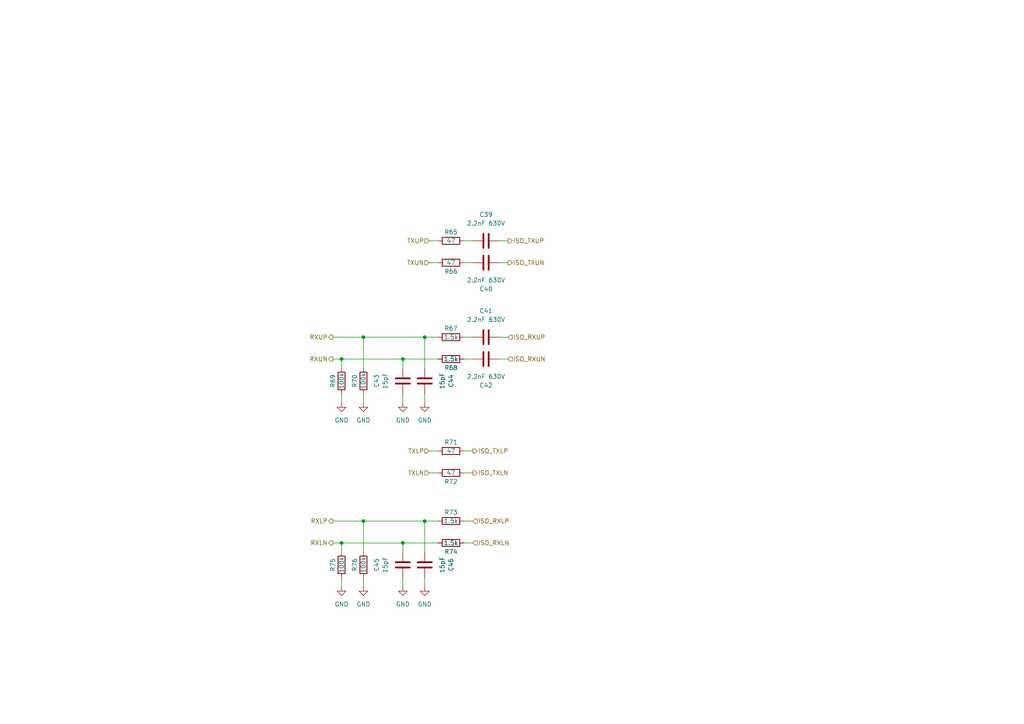
<source format=kicad_sch>
(kicad_sch (version 20231120) (generator "eeschema") (generator_version "8.0")
  (paper "A4")
  (lib_symbols
    (symbol "Device:C" (pin_numbers hide) (pin_names (offset 0.254))
      (property "Reference" "C" (at 0.635 2.54 0))
      (property "Value" "C" (at 0.635 -2.54 0))
      (symbol "C_0_1"
        (polyline (pts (xy -2.032 -0.762) (xy 2.032 -0.762)) (stroke (width 0.508)))
        (polyline (pts (xy -2.032 0.762) (xy 2.032 0.762)) (stroke (width 0.508)))
      )
      (symbol "C_1_1"
        (pin passive line (at 0 3.81 270) (length 2.794) (name "~") (number "1"))
        (pin passive line (at 0 -3.81 90) (length 2.794) (name "~") (number "2"))
      )
    )
    (symbol "Device:R" (pin_numbers hide) (pin_names (offset 0))
      (property "Reference" "R" (at 2.032 0 90))
      (property "Value" "R" (at 0 0 90))
      (symbol "R_0_1"
        (rectangle (start -1.016 -2.54) (end 1.016 2.54) (stroke (width 0.254)))
      )
      (symbol "R_1_1"
        (pin passive line (at 0 3.81 270) (length 1.27) (name "~") (number "1"))
        (pin passive line (at 0 -3.81 90) (length 1.27) (name "~") (number "2"))
      )
    )
    (symbol "power:GND" (power) (pin_numbers hide) (pin_names (offset 0) hide)
      (property "Value" "GND" (at 0 -3.81 0))
      (symbol "GND_0_1"
        (polyline (pts (xy 0 0) (xy 0 -1.27) (xy 1.27 -1.27) (xy 0 -2.54) (xy -1.27 -1.27) (xy 0 -1.27)))
      )
      (symbol "GND_1_1"
        (pin power_in line (at 0 0 270) (length 0) (name "~") (number "1"))
      )
    )
  )
  (junction (at 99.06 104.14))
  (junction (at 123.19 97.79))
  (junction (at 99.06 157.48))
  (junction (at 116.84 157.48))
  (junction (at 105.41 97.79))
  (junction (at 123.19 151.13))
  (junction (at 116.84 104.14))
  (junction (at 105.41 151.13))
  (wire (pts (xy 124.46 137.16) (xy 127 137.16)))
  (wire (pts (xy 116.84 114.3) (xy 116.84 116.84)))
  (wire (pts (xy 134.62 69.85) (xy 137.16 69.85)))
  (wire (pts (xy 96.52 157.48) (xy 99.06 157.48)))
  (wire (pts (xy 116.84 167.64) (xy 116.84 170.18)))
  (wire (pts (xy 105.41 151.13) (xy 105.41 160.02)))
  (wire (pts (xy 105.41 151.13) (xy 123.19 151.13)))
  (wire (pts (xy 99.06 104.14) (xy 116.84 104.14)))
  (wire (pts (xy 123.19 97.79) (xy 127 97.79)))
  (wire (pts (xy 99.06 157.48) (xy 116.84 157.48)))
  (wire (pts (xy 105.41 97.79) (xy 105.41 106.68)))
  (wire (pts (xy 144.78 97.79) (xy 147.32 97.79)))
  (wire (pts (xy 99.06 157.48) (xy 99.06 160.02)))
  (wire (pts (xy 123.19 114.3) (xy 123.19 116.84)))
  (wire (pts (xy 96.52 104.14) (xy 99.06 104.14)))
  (wire (pts (xy 134.62 104.14) (xy 137.16 104.14)))
  (wire (pts (xy 99.06 106.68) (xy 99.06 104.14)))
  (wire (pts (xy 124.46 69.85) (xy 127 69.85)))
  (wire (pts (xy 144.78 69.85) (xy 147.32 69.85)))
  (wire (pts (xy 116.84 104.14) (xy 127 104.14)))
  (wire (pts (xy 134.62 130.81) (xy 137.16 130.81)))
  (wire (pts (xy 123.19 151.13) (xy 123.19 160.02)))
  (wire (pts (xy 116.84 157.48) (xy 116.84 160.02)))
  (wire (pts (xy 96.52 151.13) (xy 105.41 151.13)))
  (wire (pts (xy 123.19 151.13) (xy 127 151.13)))
  (wire (pts (xy 99.06 167.64) (xy 99.06 170.18)))
  (wire (pts (xy 134.62 151.13) (xy 137.16 151.13)))
  (wire (pts (xy 124.46 76.2) (xy 127 76.2)))
  (wire (pts (xy 124.46 130.81) (xy 127 130.81)))
  (wire (pts (xy 105.41 114.3) (xy 105.41 116.84)))
  (wire (pts (xy 105.41 167.64) (xy 105.41 170.18)))
  (wire (pts (xy 123.19 97.79) (xy 123.19 106.68)))
  (wire (pts (xy 134.62 76.2) (xy 137.16 76.2)))
  (wire (pts (xy 134.62 157.48) (xy 137.16 157.48)))
  (wire (pts (xy 134.62 97.79) (xy 137.16 97.79)))
  (wire (pts (xy 99.06 114.3) (xy 99.06 116.84)))
  (wire (pts (xy 96.52 97.79) (xy 105.41 97.79)))
  (wire (pts (xy 134.62 137.16) (xy 137.16 137.16)))
  (wire (pts (xy 116.84 104.14) (xy 116.84 106.68)))
  (wire (pts (xy 116.84 157.48) (xy 127 157.48)))
  (wire (pts (xy 144.78 76.2) (xy 147.32 76.2)))
  (wire (pts (xy 144.78 104.14) (xy 147.32 104.14)))
  (wire (pts (xy 123.19 167.64) (xy 123.19 170.18)))
  (wire (pts (xy 105.41 97.79) (xy 123.19 97.79)))
  (hierarchical_label "RXLP" (shape output) (at 96.52 151.13 180))
  (hierarchical_label "ISO_TXUP" (shape output) (at 147.32 69.85 0))
  (hierarchical_label "RXLN" (shape output) (at 96.52 157.48 180))
  (hierarchical_label "ISO_RXLP" (shape input) (at 137.16 151.13 0))
  (hierarchical_label "TXUP" (shape input) (at 124.46 69.85 180))
  (hierarchical_label "ISO_RXLN" (shape input) (at 137.16 157.48 0))
  (hierarchical_label "ISO_TXUN" (shape output) (at 147.32 76.2 0))
  (hierarchical_label "RXUN" (shape output) (at 96.52 104.14 180))
  (hierarchical_label "ISO_TXLN" (shape output) (at 137.16 137.16 0))
  (hierarchical_label "TXUN" (shape input) (at 124.46 76.2 180))
  (hierarchical_label "RXUP" (shape output) (at 96.52 97.79 180))
  (hierarchical_label "TXLP" (shape input) (at 124.46 130.81 180))
  (hierarchical_label "ISO_RXUN" (shape input) (at 147.32 104.14 0))
  (hierarchical_label "TXLN" (shape input) (at 124.46 137.16 180))
  (hierarchical_label "ISO_TXLP" (shape output) (at 137.16 130.81 0))
  (hierarchical_label "ISO_RXUP" (shape input) (at 147.32 97.79 0))
  (symbol (lib_id "power:GND") (at 105.41 170.18 0) (unit 1)
    (property "Reference" "#PWR037" (effects (hide yes)))
    (property "Value" "GND" (at 105.41 175.26 0))
    (property "Description" "Power symbol creates a global label with name \"GND\" , ground" (effects (hide yes)))
  )
  (symbol (lib_id "power:GND") (at 116.84 116.84 0) (unit 1)
    (property "Reference" "#PWR034" (effects (hide yes)))
    (property "Value" "GND" (at 116.84 121.92 0))
    (property "Description" "Power symbol creates a global label with name \"GND\" , ground" (effects (hide yes)))
  )
  (symbol (lib_id "Device:R") (at 130.81 151.13 90) (unit 1)
    (property "Reference" "R73" (at 130.81 148.59 90))
    (property "Value" "1.5k" (at 130.81 151.13 90))
    (property "Footprint" "Resistor_SMD:R_0805_2012Metric" (effects (hide yes)))
    (property "Description" "Resistor" (effects (hide yes)))
  )
  (symbol (lib_id "power:GND") (at 116.84 170.18 0) (unit 1)
    (property "Reference" "#PWR038" (effects (hide yes)))
    (property "Value" "GND" (at 116.84 175.26 0))
    (property "Description" "Power symbol creates a global label with name \"GND\" , ground" (effects (hide yes)))
  )
  (symbol (lib_id "power:GND") (at 105.41 116.84 0) (unit 1)
    (property "Reference" "#PWR033" (effects (hide yes)))
    (property "Value" "GND" (at 105.41 121.92 0))
    (property "Description" "Power symbol creates a global label with name \"GND\" , ground" (effects (hide yes)))
  )
  (symbol (lib_id "Device:R") (at 99.06 163.83 180) (unit 1)
    (property "Reference" "R75" (at 96.52 163.83 90))
    (property "Value" "100k" (at 99.06 163.83 90))
    (property "Footprint" "Resistor_SMD:R_0805_2012Metric" (effects (hide yes)))
    (property "Description" "Resistor" (effects (hide yes)))
  )
  (symbol (lib_id "Device:R") (at 130.81 130.81 90) (unit 1)
    (property "Reference" "R71" (at 130.81 128.27 90))
    (property "Value" "47" (at 130.81 130.81 90))
    (property "Footprint" "Resistor_SMD:R_0805_2012Metric" (effects (hide yes)))
    (property "Description" "Resistor" (effects (hide yes)))
  )
  (symbol (lib_id "Device:C") (at 123.19 163.83 0) (mirror x) (unit 1)
    (property "Reference" "C46" (at 130.81 163.83 90))
    (property "Value" "15pF" (at 128.27 163.83 90))
    (property "Footprint" "Capacitor_SMD:C_0805_2012Metric" (effects (hide yes)))
    (property "Description" "Unpolarized capacitor" (effects (hide yes)))
    (property "Part" "CL31B222KHFNFNE " (effects (hide yes)))
  )
  (symbol (lib_id "power:GND") (at 99.06 170.18 0) (unit 1)
    (property "Reference" "#PWR036" (effects (hide yes)))
    (property "Value" "GND" (at 99.06 175.26 0))
    (property "Description" "Power symbol creates a global label with name \"GND\" , ground" (effects (hide yes)))
  )
  (symbol (lib_id "Device:R") (at 130.81 104.14 90) (mirror x) (unit 1)
    (property "Reference" "R68" (at 130.81 106.68 90))
    (property "Value" "1.5k" (at 130.81 104.14 90))
    (property "Footprint" "Resistor_SMD:R_0805_2012Metric" (effects (hide yes)))
    (property "Description" "Resistor" (effects (hide yes)))
  )
  (symbol (lib_id "power:GND") (at 123.19 170.18 0) (unit 1)
    (property "Reference" "#PWR039" (effects (hide yes)))
    (property "Value" "GND" (at 123.19 175.26 0))
    (property "Description" "Power symbol creates a global label with name \"GND\" , ground" (effects (hide yes)))
  )
  (symbol (lib_id "power:GND") (at 99.06 116.84 0) (unit 1)
    (property "Reference" "#PWR032" (effects (hide yes)))
    (property "Value" "GND" (at 99.06 121.92 0))
    (property "Description" "Power symbol creates a global label with name \"GND\" , ground" (effects (hide yes)))
  )
  (symbol (lib_id "Device:R") (at 130.81 97.79 90) (unit 1)
    (property "Reference" "R67" (at 130.81 95.25 90))
    (property "Value" "1.5k" (at 130.81 97.79 90))
    (property "Footprint" "Resistor_SMD:R_0805_2012Metric" (effects (hide yes)))
    (property "Description" "Resistor" (effects (hide yes)))
  )
  (symbol (lib_id "power:GND") (at 123.19 116.84 0) (unit 1)
    (property "Reference" "#PWR035" (effects (hide yes)))
    (property "Value" "GND" (at 123.19 121.92 0))
    (property "Description" "Power symbol creates a global label with name \"GND\" , ground" (effects (hide yes)))
  )
  (symbol (lib_id "Device:R") (at 130.81 76.2 90) (mirror x) (unit 1)
    (property "Reference" "R66" (at 130.81 78.74 90))
    (property "Value" "47" (at 130.81 76.2 90))
    (property "Footprint" "Resistor_SMD:R_0805_2012Metric" (effects (hide yes)))
    (property "Description" "Resistor" (effects (hide yes)))
  )
  (symbol (lib_id "Device:C") (at 116.84 163.83 180) (unit 1)
    (property "Reference" "C45" (at 109.22 163.83 90))
    (property "Value" "15pF" (at 111.76 163.83 90))
    (property "Footprint" "Capacitor_SMD:C_0805_2012Metric" (effects (hide yes)))
    (property "Description" "Unpolarized capacitor" (effects (hide yes)))
    (property "Part" "CL31B222KHFNFNE " (effects (hide yes)))
  )
  (symbol (lib_id "Device:R") (at 105.41 110.49 180) (unit 1)
    (property "Reference" "R70" (at 102.87 110.49 90))
    (property "Value" "100k" (at 105.41 110.49 90))
    (property "Footprint" "Resistor_SMD:R_0805_2012Metric" (effects (hide yes)))
    (property "Description" "Resistor" (effects (hide yes)))
  )
  (symbol (lib_id "Device:C") (at 123.19 110.49 0) (mirror x) (unit 1)
    (property "Reference" "C44" (at 130.81 110.49 90))
    (property "Value" "15pF" (at 128.27 110.49 90))
    (property "Footprint" "Capacitor_SMD:C_0805_2012Metric" (effects (hide yes)))
    (property "Description" "Unpolarized capacitor" (effects (hide yes)))
    (property "Part" "CL31B222KHFNFNE " (effects (hide yes)))
  )
  (symbol (lib_id "Device:C") (at 140.97 76.2 90) (mirror x) (unit 1)
    (property "Reference" "C40" (at 140.97 83.82 90))
    (property "Value" "2.2nF 630V" (at 140.97 81.28 90))
    (property "Footprint" "Capacitor_SMD:C_1206_3216Metric" (effects (hide yes)))
    (property "Description" "Unpolarized capacitor" (effects (hide yes)))
    (property "Part" "CL31B222KHFNFNE " (effects (hide yes)))
  )
  (symbol (lib_id "Device:R") (at 99.06 110.49 180) (unit 1)
    (property "Reference" "R69" (at 96.52 110.49 90))
    (property "Value" "100k" (at 99.06 110.49 90))
    (property "Footprint" "Resistor_SMD:R_0805_2012Metric" (effects (hide yes)))
    (property "Description" "Resistor" (effects (hide yes)))
  )
  (symbol (lib_id "Device:C") (at 116.84 110.49 180) (unit 1)
    (property "Reference" "C43" (at 109.22 110.49 90))
    (property "Value" "15pF" (at 111.76 110.49 90))
    (property "Footprint" "Capacitor_SMD:C_0805_2012Metric" (effects (hide yes)))
    (property "Description" "Unpolarized capacitor" (effects (hide yes)))
    (property "Part" "CL31B222KHFNFNE " (effects (hide yes)))
  )
  (symbol (lib_id "Device:R") (at 130.81 137.16 90) (mirror x) (unit 1)
    (property "Reference" "R72" (at 130.81 139.7 90))
    (property "Value" "47" (at 130.81 137.16 90))
    (property "Footprint" "Resistor_SMD:R_0805_2012Metric" (effects (hide yes)))
    (property "Description" "Resistor" (effects (hide yes)))
  )
  (symbol (lib_id "Device:C") (at 140.97 97.79 90) (unit 1)
    (property "Reference" "C41" (at 140.97 90.17 90))
    (property "Value" "2.2nF 630V" (at 140.97 92.71 90))
    (property "Footprint" "Capacitor_SMD:C_1206_3216Metric" (effects (hide yes)))
    (property "Description" "Unpolarized capacitor" (effects (hide yes)))
    (property "Part" "CL31B222KHFNFNE " (effects (hide yes)))
  )
  (symbol (lib_id "Device:C") (at 140.97 69.85 90) (unit 1)
    (property "Reference" "C39" (at 140.97 62.23 90))
    (property "Value" "2.2nF 630V" (at 140.97 64.77 90))
    (property "Footprint" "Capacitor_SMD:C_1206_3216Metric" (effects (hide yes)))
    (property "Description" "Unpolarized capacitor" (effects (hide yes)))
    (property "Part" "CL31B222KHFNFNE " (effects (hide yes)))
  )
  (symbol (lib_id "Device:R") (at 130.81 157.48 90) (mirror x) (unit 1)
    (property "Reference" "R74" (at 130.81 160.02 90))
    (property "Value" "1.5k" (at 130.81 157.48 90))
    (property "Footprint" "Resistor_SMD:R_0805_2012Metric" (effects (hide yes)))
    (property "Description" "Resistor" (effects (hide yes)))
  )
  (symbol (lib_id "Device:R") (at 130.81 69.85 90) (unit 1)
    (property "Reference" "R65" (at 130.81 67.31 90))
    (property "Value" "47" (at 130.81 69.85 90))
    (property "Footprint" "Resistor_SMD:R_0805_2012Metric" (effects (hide yes)))
    (property "Description" "Resistor" (effects (hide yes)))
  )
  (symbol (lib_id "Device:C") (at 140.97 104.14 90) (mirror x) (unit 1)
    (property "Reference" "C42" (at 140.97 111.76 90))
    (property "Value" "2.2nF 630V" (at 140.97 109.22 90))
    (property "Footprint" "Capacitor_SMD:C_1206_3216Metric" (effects (hide yes)))
    (property "Description" "Unpolarized capacitor" (effects (hide yes)))
    (property "Part" "CL31B222KHFNFNE " (effects (hide yes)))
  )
  (symbol (lib_id "Device:R") (at 105.41 163.83 180) (unit 1)
    (property "Reference" "R76" (at 102.87 163.83 90))
    (property "Value" "100k" (at 105.41 163.83 90))
    (property "Footprint" "Resistor_SMD:R_0805_2012Metric" (effects (hide yes)))
    (property "Description" "Resistor" (effects (hide yes)))
  )
)
</source>
